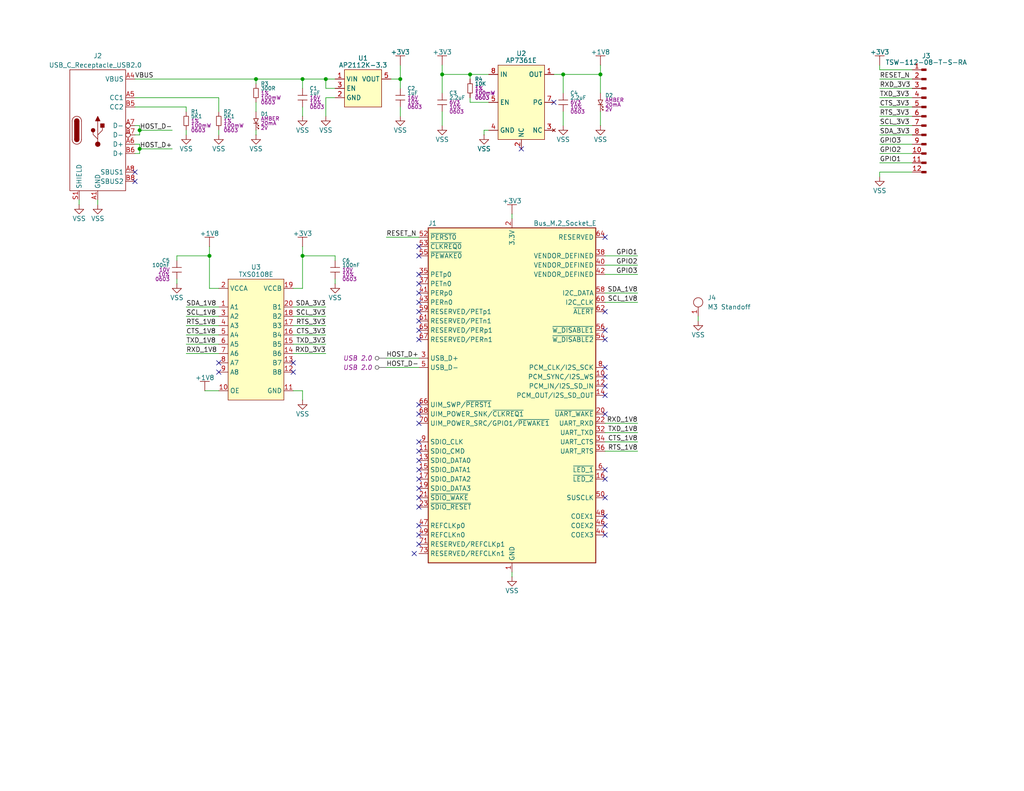
<source format=kicad_sch>
(kicad_sch (version 20231120) (generator "eeschema") (generator_version "8.0")
  (paper "USLetter")
  (lib_symbols
    (symbol "DS-Mounting-Holes:Mounting-Hole"
      (property "Reference" "J" (at 0 4.445 0))
      (property "Value" "VAL" (at 0 2.54 0))
      (symbol "Mounting-Hole_0_1"
        (circle (center 0 0) (radius 1.27))
      )
      (symbol "Mounting-Hole_1_1"
        (pin input line (at 0 -3.81 90) (length 2.54) (name "") (number "1"))
      )
    )
    (symbol "DS-Power:VSS" (power) (pin_numbers hide) (pin_names (offset 0) hide)
      (property "Value" "VSS" (at 0 -3.81 0))
      (symbol "VSS_0_1"
        (polyline (pts (xy 0 0) (xy 0 -1.27) (xy 1.27 -1.27) (xy 0 -2.54) (xy -1.27 -1.27) (xy 0 -1.27)))
      )
      (symbol "VSS_1_1"
        (pin power_in line (at 0 0 270) (length 0) (name "~") (number "1"))
      )
    )
    (symbol "lib_sh:+1V8" (power) (pin_numbers hide) (pin_names (offset 0) hide)
      (property "Value" "+1V8" (at 0 3.556 0))
      (symbol "+1V8_0_1"
        (polyline (pts (xy -1.27 2.54) (xy 0 2.54)))
        (polyline (pts (xy 0 0) (xy 0 2.54)))
        (polyline (pts (xy 0 2.54) (xy 1.27 2.54)))
      )
      (symbol "+1V8_1_1"
        (pin power_in line (at 0 0 90) (length 0) (name "~") (number "1"))
      )
    )
    (symbol "lib_sh:+3V3" (power) (pin_numbers hide) (pin_names (offset 0) hide)
      (property "Value" "+3V3" (at 0 3.556 0))
      (symbol "+3V3_0_1"
        (polyline (pts (xy -1.27 2.54) (xy 0 2.54)))
        (polyline (pts (xy 0 0) (xy 0 2.54)))
        (polyline (pts (xy 0 2.54) (xy 1.27 2.54)))
      )
      (symbol "+3V3_1_1"
        (pin power_in line (at 0 0 90) (length 0) (name "~") (number "1"))
      )
    )
    (symbol "lib_sh:AP2112K"
      (property "Reference" "U?" (at 0 8.255 0))
      (property "Value" "AP2112K" (at 0 6.35 0))
      (symbol "AP2112K_0_0"
        (pin power_in line (at -7.62 2.54 0) (length 2.54) (name "VIN") (number "1"))
        (pin passive line (at -7.62 -2.54 0) (length 2.54) (name "GND") (number "2"))
        (pin input line (at -7.62 0 0) (length 2.54) (name "EN") (number "3"))
        (pin power_out line (at 7.62 2.54 180) (length 2.54) (name "VOUT") (number "5"))
      )
      (symbol "AP2112K_1_0"
        (pin no_connect non_logic (at 7.62 -2.54 180) (length 2.54) hide (name "NC") (number "4"))
      )
      (symbol "AP2112K_1_1"
        (rectangle (start -5.08 5.08) (end 5.08 -5.08) (fill (type background)))
      )
    )
    (symbol "lib_sh:AP7361E"
      (property "Reference" "U" (at 0 13.335 0))
      (property "Value" "AP7361E" (at 0 11.43 0))
      (symbol "AP7361E_0_0"
        (pin power_out line (at 8.89 7.62 180) (length 2.54) (name "OUT") (number "1"))
        (pin passive line (at -8.89 -7.62 0) (length 2.54) (name "GND") (number "4"))
        (pin input line (at -8.89 0 0) (length 2.54) (name "EN") (number "5"))
        (pin output line (at 8.89 0 180) (length 2.54) (name "PG") (number "7"))
        (pin power_in line (at -8.89 7.62 0) (length 2.54) (name "IN") (number "8"))
      )
      (symbol "AP7361E_1_0"
        (pin passive line (at 0 -12.7 90) (length 2.54) (name "NC") (number "2"))
        (pin passive line (at 8.89 -7.62 180) (length 2.54) (name "ADJ") (number "3") (alternate "NC" no_connect line))
        (pin passive line (at 0 -12.7 90) (length 2.54) hide (name "NC") (number "6"))
        (pin passive line (at -8.89 -7.62 0) (length 2.54) hide (name "GND") (number "9"))
      )
      (symbol "AP7361E_1_1"
        (rectangle (start -6.35 10.16) (end 6.35 -10.16) (fill (type background)))
      )
    )
    (symbol "lib_sh:Bus_M.2_Socket_E"
      (property "Reference" "J" (at -22.86 46.99 0))
      (property "Value" "Bus_M.2_Socket_E" (at 16.51 46.99 0))
      (symbol "Bus_M.2_Socket_E_0_1"
        (rectangle (start -22.86 45.72) (end 22.86 -45.72) (stroke (width 0.254)) (fill (type background)))
      )
      (symbol "Bus_M.2_Socket_E_1_1"
        (pin power_in line (at 0 -48.26 90) (length 2.54) (name "GND") (number "1"))
        (pin bidirectional line (at 25.4 5.08 180) (length 2.54) (name "PCM_SYNC/I2S_WS") (number "10"))
        (pin bidirectional line (at -25.4 -15.24 0) (length 2.54) (name "SDIO_CMD") (number "11"))
        (pin input line (at 25.4 2.54 180) (length 2.54) (name "PCM_IN/I2S_SD_IN") (number "12"))
        (pin bidirectional line (at -25.4 -17.78 0) (length 2.54) (name "SDIO_DATA0") (number "13"))
        (pin output line (at 25.4 0 180) (length 2.54) (name "PCM_OUT/I2S_SD_OUT") (number "14"))
        (pin bidirectional line (at -25.4 -20.32 0) (length 2.54) (name "SDIO_DATA1") (number "15"))
        (pin open_collector line (at 25.4 -22.86 180) (length 2.54) (name "~{LED_2}") (number "16"))
        (pin bidirectional line (at -25.4 -22.86 0) (length 2.54) (name "SDIO_DATA2") (number "17"))
        (pin passive line (at 0 -48.26 90) (length 2.54) hide (name "GND") (number "18"))
        (pin bidirectional line (at -25.4 -25.4 0) (length 2.54) (name "SDIO_DATA3") (number "19"))
        (pin power_in line (at 0 48.26 270) (length 2.54) (name "3.3V") (number "2"))
        (pin input line (at 25.4 -5.08 180) (length 2.54) (name "~{UART_WAKE}") (number "20"))
        (pin input line (at -25.4 -27.94 0) (length 2.54) (name "~{SDIO_WAKE}") (number "21"))
        (pin input line (at 25.4 -7.62 180) (length 2.54) (name "UART_RXD") (number "22"))
        (pin output line (at -25.4 -30.48 0) (length 2.54) (name "~{SDIO_RESET}") (number "23"))
        (pin bidirectional line (at -25.4 10.16 0) (length 2.54) (name "USB_D+") (number "3"))
        (pin output line (at 25.4 -10.16 180) (length 2.54) (name "UART_TXD") (number "32"))
        (pin passive line (at 0 -48.26 90) (length 2.54) hide (name "GND") (number "33"))
        (pin input line (at 25.4 -12.7 180) (length 2.54) (name "UART_CTS") (number "34"))
        (pin output line (at -25.4 33.02 0) (length 2.54) (name "PETp0") (number "35"))
        (pin output line (at 25.4 -15.24 180) (length 2.54) (name "UART_RTS") (number "36"))
        (pin output line (at -25.4 30.48 0) (length 2.54) (name "PETn0") (number "37"))
        (pin passive line (at 25.4 38.1 180) (length 2.54) (name "VENDOR_DEFINED") (number "38"))
        (pin passive line (at 0 -48.26 90) (length 2.54) hide (name "GND") (number "39"))
        (pin passive line (at 0 48.26 270) (length 2.54) hide (name "3.3V") (number "4"))
        (pin passive line (at 25.4 35.56 180) (length 2.54) (name "VENDOR_DEFINED") (number "40"))
        (pin input line (at -25.4 27.94 0) (length 2.54) (name "PERp0") (number "41"))
        (pin passive line (at 25.4 33.02 180) (length 2.54) (name "VENDOR_DEFINED") (number "42"))
        (pin input line (at -25.4 25.4 0) (length 2.54) (name "PERn0") (number "43"))
        (pin bidirectional line (at 25.4 -38.1 180) (length 2.54) (name "COEX3") (number "44"))
        (pin passive line (at 0 -48.26 90) (length 2.54) hide (name "GND") (number "45"))
        (pin bidirectional line (at 25.4 -35.56 180) (length 2.54) (name "COEX2") (number "46"))
        (pin output line (at -25.4 -35.56 0) (length 2.54) (name "REFCLKp0") (number "47"))
        (pin bidirectional line (at 25.4 -33.02 180) (length 2.54) (name "COEX1") (number "48"))
        (pin output line (at -25.4 -38.1 0) (length 2.54) (name "REFCLKn0") (number "49"))
        (pin bidirectional line (at -25.4 7.62 0) (length 2.54) (name "USB_D-") (number "5"))
        (pin output line (at 25.4 -27.94 180) (length 2.54) (name "SUSCLK") (number "50"))
        (pin passive line (at 0 -48.26 90) (length 2.54) hide (name "GND") (number "51"))
        (pin output line (at -25.4 43.18 0) (length 2.54) (name "~{PERST0}") (number "52"))
        (pin bidirectional line (at -25.4 40.64 0) (length 2.54) (name "~{CLKREQ0}") (number "53"))
        (pin output line (at 25.4 15.24 180) (length 2.54) (name "~{W_DISABLE2}") (number "54"))
        (pin bidirectional line (at -25.4 38.1 0) (length 2.54) (name "~{PEWAKE0}") (number "55"))
        (pin output line (at 25.4 17.78 180) (length 2.54) (name "~{W_DISABLE1}") (number "56"))
        (pin passive line (at 0 -48.26 90) (length 2.54) hide (name "GND") (number "57"))
        (pin bidirectional line (at 25.4 27.94 180) (length 2.54) (name "I2C_DATA") (number "58"))
        (pin output line (at -25.4 22.86 0) (length 2.54) (name "RESERVED/PETp1") (number "59"))
        (pin open_collector line (at 25.4 -20.32 180) (length 2.54) (name "~{LED_1}") (number "6"))
        (pin output line (at 25.4 25.4 180) (length 2.54) (name "I2C_CLK") (number "60"))
        (pin output line (at -25.4 20.32 0) (length 2.54) (name "RESERVED/PETn1") (number "61"))
        (pin input line (at 25.4 22.86 180) (length 2.54) (name "~{ALERT}") (number "62"))
        (pin passive line (at 0 -48.26 90) (length 2.54) hide (name "GND") (number "63"))
        (pin passive line (at 25.4 43.18 180) (length 2.54) (name "RESERVED") (number "64"))
        (pin input line (at -25.4 17.78 0) (length 2.54) (name "RESERVED/PERp1") (number "65"))
        (pin output line (at -25.4 -2.54 0) (length 2.54) (name "UIM_SWP/~{PERST1}") (number "66"))
        (pin input line (at -25.4 15.24 0) (length 2.54) (name "RESERVED/PERn1") (number "67"))
        (pin bidirectional line (at -25.4 -5.08 0) (length 2.54) (name "UIM_POWER_SNK/~{CLKREQ1}") (number "68"))
        (pin passive line (at 0 -48.26 90) (length 2.54) hide (name "GND") (number "69"))
        (pin passive line (at 0 -48.26 90) (length 2.54) hide (name "GND") (number "7"))
        (pin bidirectional line (at -25.4 -7.62 0) (length 2.54) (name "UIM_POWER_SRC/GPIO1/~{PEWAKE1}") (number "70"))
        (pin output line (at -25.4 -40.64 0) (length 2.54) (name "RESERVED/REFCLKp1") (number "71"))
        (pin passive line (at 0 48.26 270) (length 2.54) hide (name "3.3V") (number "72"))
        (pin output line (at -25.4 -43.18 0) (length 2.54) (name "RESERVED/REFCLKn1") (number "73"))
        (pin passive line (at 0 48.26 270) (length 2.54) hide (name "3.3V") (number "74"))
        (pin passive line (at 0 -48.26 90) (length 2.54) hide (name "GND") (number "75"))
        (pin bidirectional line (at 25.4 7.62 180) (length 2.54) (name "PCM_CLK/I2S_SCK") (number "8"))
        (pin output line (at -25.4 -12.7 0) (length 2.54) (name "SDIO_CLK") (number "9"))
      )
    )
    (symbol "lib_sh:C" (pin_numbers hide) (pin_names hide)
      (property "Reference" "C?" (at 1.905 2.54 0))
      (property "Value" "CAP" (at 1.905 1.27 0))
      (property "Tolerance" "TOL" (at 1.905 -1.27 0))
      (property "Voltage Rating" "VOLTAGE" (at 1.905 0 0))
      (property "Package" "PKG" (at 1.905 -2.54 0))
      (symbol "C_0_1"
        (polyline (pts (xy -1.27 -0.635) (xy 1.27 -0.635)))
        (polyline (pts (xy -1.27 0.635) (xy 1.27 0.635)))
      )
      (symbol "C_1_1"
        (pin passive line (at 0 2.54 270) (length 1.905) (name "") (number "1"))
        (pin passive line (at 0 -2.54 90) (length 1.905) (name "") (number "2"))
      )
    )
    (symbol "lib_sh:Conn_01x12_Pin" (pin_names hide)
      (property "Reference" "J?" (at 0 17.78 0))
      (property "Value" "VAL" (at 0 16.002 0))
      (symbol "Conn_01x12_Pin_1_0"
        (pin passive line (at 3.81 13.97 180) (length 2.54) (name "") (number "1"))
        (pin passive line (at 3.81 -8.89 180) (length 2.54) (name "") (number "10"))
        (pin passive line (at 3.81 -11.43 180) (length 2.54) (name "") (number "11"))
        (pin passive line (at 3.81 -13.97 180) (length 2.54) (name "") (number "12"))
        (pin passive line (at 3.81 11.43 180) (length 2.54) (name "") (number "2"))
        (pin passive line (at 3.81 8.89 180) (length 2.54) (name "") (number "3"))
        (pin passive line (at 3.81 6.35 180) (length 2.54) (name "") (number "4"))
        (pin passive line (at 3.81 3.81 180) (length 2.54) (name "") (number "5"))
        (pin passive line (at 3.81 1.27 180) (length 2.54) (name "") (number "6"))
        (pin passive line (at 3.81 -1.27 180) (length 2.54) (name "") (number "7"))
        (pin passive line (at 3.81 -3.81 180) (length 2.54) (name "") (number "8"))
        (pin passive line (at 3.81 -6.35 180) (length 2.54) (name "") (number "9"))
      )
      (symbol "Conn_01x12_Pin_1_1"
        (rectangle (start 0 -13.716) (end 1.27 -14.224) (fill (type outline)))
        (rectangle (start 0 -11.176) (end 1.27 -11.684) (fill (type outline)))
        (rectangle (start 0 -8.636) (end 1.27 -9.144) (fill (type outline)))
        (rectangle (start 0 -6.096) (end 1.27 -6.604) (fill (type outline)))
        (rectangle (start 0 -3.556) (end 1.27 -4.064) (fill (type outline)))
        (rectangle (start 0 -1.016) (end 1.27 -1.524) (fill (type outline)))
        (rectangle (start 0 1.524) (end 1.27 1.016) (fill (type outline)))
        (rectangle (start 0 4.064) (end 1.27 3.556) (fill (type outline)))
        (rectangle (start 0 6.604) (end 1.27 6.096) (fill (type outline)))
        (rectangle (start 0 9.144) (end 1.27 8.636) (fill (type outline)))
        (rectangle (start 0 11.684) (end 1.27 11.176) (fill (type outline)))
        (rectangle (start 0 14.224) (end 1.27 13.716) (fill (type outline)))
      )
    )
    (symbol "lib_sh:LED" (pin_numbers hide)
      (property "Reference" "D" (at 1.27 1.905 0))
      (property "Forward Voltage" "FVOLT" (at 1.27 -1.905 0))
      (property "Current" "CURR" (at 1.27 -0.635 0))
      (property "Color" "COLOR" (at 1.27 0.635 0))
      (symbol "LED_0_1"
        (polyline (pts (xy 0.635 -0.635) (xy -0.635 -0.635)))
        (polyline (pts (xy 0.254 -1.651) (xy 0.762 -2.159) (xy 0.762 -1.905) (xy 0.762 -2.159) (xy 0.508 -2.159)))
        (polyline (pts (xy 0.254 -0.889) (xy 0.762 -1.397) (xy 0.762 -1.143) (xy 0.762 -1.397) (xy 0.508 -1.397)))
      )
      (symbol "LED_1_0"
        (pin passive line (at 0 2.54 270) (length 1.905) (name "") (number "1"))
        (pin passive line (at 0 -2.54 90) (length 1.905) (name "") (number "2"))
      )
      (symbol "LED_1_1"
        (polyline (pts (xy 0.635 0.635) (xy -0.635 0.635) (xy 0 -0.635) (xy 0.635 0.635)) (stroke (width 0.1524)))
      )
    )
    (symbol "lib_sh:R"
      (property "Reference" "R?" (at 1.27 2.54 0))
      (property "Value" "VAL" (at 1.27 1.27 0))
      (property "Tolerance" "TOL" (at 1.27 0 0))
      (property "Power Rating" "PWR" (at 1.27 -1.27 0))
      (property "Package" "PKG" (at 1.27 -2.54 0))
      (symbol "R_0_1"
        (polyline (pts (xy -0.635 1.27) (xy -0.635 -1.27) (xy 0.635 -1.27) (xy 0.635 1.27) (xy -0.635 1.27)))
      )
      (symbol "R_1_1"
        (pin passive line (at 0 2.54 270) (length 1.27) (name "") (number "1"))
        (pin passive line (at 0 -2.54 90) (length 1.27) (name "") (number "2"))
      )
    )
    (symbol "lib_sh:TXS0108E"
      (property "Reference" "U" (at 0 19.05 0))
      (property "Value" "TXS0104VxRUTR" (at 0 17.78 0))
      (symbol "TXS0108E_0_0"
        (pin bidirectional line (at -10.16 8.89 0) (length 2.54) (name "A1") (number "1"))
        (pin input line (at -10.16 -13.97 0) (length 2.54) (name "OE") (number "10"))
        (pin passive line (at 10.16 -13.97 180) (length 2.54) (name "GND") (number "11"))
        (pin bidirectional line (at 10.16 -8.89 180) (length 2.54) (name "B8") (number "12"))
        (pin bidirectional line (at 10.16 -6.35 180) (length 2.54) (name "B7") (number "13"))
        (pin bidirectional line (at 10.16 -3.81 180) (length 2.54) (name "B6") (number "14"))
        (pin bidirectional line (at 10.16 -1.27 180) (length 2.54) (name "B5") (number "15"))
        (pin bidirectional line (at 10.16 1.27 180) (length 2.54) (name "B4") (number "16"))
        (pin bidirectional line (at 10.16 3.81 180) (length 2.54) (name "B3") (number "17"))
        (pin bidirectional line (at 10.16 6.35 180) (length 2.54) (name "B2") (number "18"))
        (pin power_in line (at 10.16 13.97 180) (length 2.54) (name "VCCB") (number "19"))
        (pin power_in line (at -10.16 13.97 0) (length 2.54) (name "VCCA") (number "2"))
        (pin bidirectional line (at 10.16 8.89 180) (length 2.54) (name "B1") (number "20"))
        (pin bidirectional line (at -10.16 6.35 0) (length 2.54) (name "A2") (number "3"))
        (pin bidirectional line (at -10.16 3.81 0) (length 2.54) (name "A3") (number "4"))
        (pin bidirectional line (at -10.16 1.27 0) (length 2.54) (name "A4") (number "5"))
        (pin bidirectional line (at -10.16 -1.27 0) (length 2.54) (name "A5") (number "6"))
        (pin bidirectional line (at -10.16 -3.81 0) (length 2.54) (name "A6") (number "7"))
        (pin bidirectional line (at -10.16 -6.35 0) (length 2.54) (name "A7") (number "8"))
        (pin bidirectional line (at -10.16 -8.89 0) (length 2.54) (name "A8") (number "9"))
      )
      (symbol "TXS0108E_1_0"
        (pin passive line (at 10.16 -13.97 180) (length 2.54) hide (name "PGND") (number "21"))
      )
      (symbol "TXS0108E_1_1"
        (rectangle (start -7.62 16.51) (end 7.62 -16.51) (fill (type background)))
      )
    )
    (symbol "lib_sh:USB_C_Receptacle_USB2.0"
      (property "Reference" "J?" (at 0 20.32 0))
      (property "Value" "USB_C_Receptacle_USB2.0" (at -0.635 17.78 0))
      (symbol "USB_C_Receptacle_USB2.0_0_0"
        (pin power_out line (at 10.16 13.97 180) (length 2.54) (name "VBUS") (number "A4"))
        (pin input line (at 10.16 8.89 180) (length 2.54) (name "CC1") (number "A5"))
        (pin bidirectional line (at 10.16 -3.81 180) (length 2.54) (name "D+") (number "A6"))
        (pin bidirectional inverted (at 10.16 1.27 180) (length 2.54) (name "D-") (number "A7"))
        (pin unspecified line (at 10.16 -11.43 180) (length 2.54) (name "SBUS1") (number "A8"))
        (pin input line (at 10.16 6.35 180) (length 2.54) (name "CC2") (number "B5"))
        (pin bidirectional line (at 10.16 -6.35 180) (length 2.54) (name "D+") (number "B6"))
        (pin bidirectional inverted (at 10.16 -1.27 180) (length 2.54) (name "D-") (number "B7"))
        (pin unspecified line (at 10.16 -13.97 180) (length 2.54) (name "SBUS2") (number "B8"))
        (pin passive line (at -5.08 -19.05 90) (length 2.54) (name "SHIELD") (number "S1"))
      )
      (symbol "USB_C_Receptacle_USB2.0_1_0"
        (pin power_out line (at 0 -19.05 90) (length 2.54) (name "GND") (number "A1"))
        (pin passive line (at 0 -19.05 90) (length 2.54) hide (name "GND") (number "A12"))
        (pin power_out line (at 10.16 13.97 180) (length 2.54) hide (name "VBUS") (number "A9"))
        (pin passive line (at 0 -19.05 90) (length 2.54) hide (name "GND") (number "B1"))
        (pin passive line (at 0 -19.05 90) (length 2.54) hide (name "GND") (number "B12"))
        (pin power_out line (at 10.16 13.97 180) (length 2.54) hide (name "VBUS") (number "B4"))
        (pin power_out line (at 10.16 13.97 180) (length 2.54) hide (name "VBUS") (number "B9"))
      )
      (symbol "USB_C_Receptacle_USB2.0_1_1"
        (rectangle (start -7.62 16.51) (end 7.62 -16.51))
        (arc (start -6.985 -2.54) (mid -5.715 -3.81) (end -4.445 -2.54))
        (rectangle (start -6.35 2.54) (end -5.08 -2.54) (fill (type outline)))
        (circle (center -5.715 -2.54) (radius 0.635) (fill (type outline)))
        (circle (center -5.715 2.54) (radius 0.635) (fill (type outline)))
        (arc (start -4.445 2.54) (mid -5.715 3.81) (end -6.985 2.54))
        (circle (center -1.27 0) (radius 0.508) (fill (type outline)))
        (circle (center 0 -3.81) (radius 0.635) (fill (type outline)))
        (polyline (pts (xy -6.985 2.54) (xy -6.985 -2.54)))
        (polyline (pts (xy -4.445 2.54) (xy -4.445 -2.54)))
        (polyline (pts (xy 0 -3.175) (xy 0 2.54)))
        (polyline (pts (xy 0 -2.413) (xy -1.27 -1.143) (xy -1.27 -0.508)))
        (polyline (pts (xy 0 -1.27) (xy 1.27 0) (xy 1.27 0.635)))
        (polyline (pts (xy 0 2.54) (xy -0.635 2.54) (xy 0 3.81) (xy 0.635 2.54) (xy 0 2.54)) (fill (type outline)))
        (rectangle (start 0.762 1.778) (end 1.778 0.762) (fill (type outline)))
      )
    )
    (symbol "lib_sh:VSS" (power) (pin_numbers hide) (pin_names (offset 0) hide)
      (property "Value" "VSS" (at 0 -3.81 0))
      (symbol "VSS_0_1"
        (polyline (pts (xy 0 0) (xy 0 -1.27) (xy 1.27 -1.27) (xy 0 -2.54) (xy -1.27 -1.27) (xy 0 -1.27)))
      )
      (symbol "VSS_1_1"
        (pin power_in line (at 0 0 270) (length 0) (name "~") (number "1"))
      )
    )
  )
  (junction (at 38.1 35.56))
  (junction (at 38.1 40.64))
  (junction (at 109.22 21.59))
  (junction (at 88.9 21.59))
  (junction (at 57.15 69.85))
  (junction (at 120.65 20.32))
  (junction (at 128.27 20.32))
  (junction (at 82.55 21.59))
  (junction (at 153.67 20.32))
  (junction (at 69.85 21.59))
  (junction (at 82.55 69.85))
  (junction (at 163.83 20.32))
  (no_connect (at 165.1 100.33))
  (no_connect (at 114.3 90.17))
  (no_connect (at 114.3 77.47))
  (no_connect (at 165.1 102.87))
  (no_connect (at 114.3 110.49))
  (no_connect (at 114.3 113.03))
  (no_connect (at 165.1 135.89))
  (no_connect (at 114.3 85.09))
  (no_connect (at 114.3 120.65))
  (no_connect (at 114.3 138.43))
  (no_connect (at 114.3 115.57))
  (no_connect (at 80.01 99.06))
  (no_connect (at 165.1 146.05))
  (no_connect (at 114.3 133.35))
  (no_connect (at 114.3 146.05))
  (no_connect (at 59.69 101.6))
  (no_connect (at 80.01 101.6))
  (no_connect (at 165.1 128.27))
  (no_connect (at 114.3 128.27))
  (no_connect (at 165.1 92.71))
  (no_connect (at 151.13 27.94))
  (no_connect (at 59.69 99.06))
  (no_connect (at 114.3 87.63))
  (no_connect (at 165.1 140.97))
  (no_connect (at 114.3 123.19))
  (no_connect (at 165.1 105.41))
  (no_connect (at 114.3 67.31))
  (no_connect (at 36.83 49.53))
  (no_connect (at 114.3 82.55))
  (no_connect (at 114.3 143.51))
  (no_connect (at 165.1 107.95))
  (no_connect (at 36.83 46.99))
  (no_connect (at 114.3 125.73))
  (no_connect (at 165.1 64.77))
  (no_connect (at 114.3 135.89))
  (no_connect (at 114.3 80.01))
  (no_connect (at 114.3 92.71))
  (no_connect (at 165.1 90.17))
  (no_connect (at 114.3 148.59))
  (no_connect (at 113.03 151.13))
  (no_connect (at 114.3 130.81))
  (no_connect (at 114.3 69.85))
  (no_connect (at 165.1 143.51))
  (no_connect (at 114.3 74.93))
  (no_connect (at 165.1 113.03))
  (no_connect (at 142.24 40.64))
  (no_connect (at 165.1 85.09))
  (no_connect (at 165.1 130.81))
  (wire (pts (xy 165.1 123.19) (xy 173.99 123.19)))
  (wire (pts (xy 190.5 86.36) (xy 190.5 87.63)))
  (wire (pts (xy 36.83 29.21) (xy 50.8 29.21)))
  (wire (pts (xy 139.7 156.21) (xy 139.7 157.48)))
  (wire (pts (xy 38.1 35.56) (xy 46.99 35.56)))
  (wire (pts (xy 88.9 88.9) (xy 80.01 88.9)))
  (wire (pts (xy 48.26 77.47) (xy 48.26 76.2)))
  (wire (pts (xy 50.8 83.82) (xy 59.69 83.82)))
  (wire (pts (xy 128.27 20.32) (xy 128.27 21.59)))
  (wire (pts (xy 82.55 67.31) (xy 82.55 69.85)))
  (wire (pts (xy 120.65 30.48) (xy 120.65 34.29)))
  (wire (pts (xy 165.1 120.65) (xy 173.99 120.65)))
  (wire (pts (xy 165.1 80.01) (xy 173.99 80.01)))
  (wire (pts (xy 38.1 39.37) (xy 38.1 40.64)))
  (wire (pts (xy 153.67 20.32) (xy 163.83 20.32)))
  (wire (pts (xy 248.92 41.91) (xy 240.03 41.91)))
  (wire (pts (xy 88.9 91.44) (xy 80.01 91.44)))
  (wire (pts (xy 128.27 27.94) (xy 128.27 26.67)))
  (wire (pts (xy 38.1 40.64) (xy 38.1 41.91)))
  (wire (pts (xy 240.03 26.67) (xy 248.92 26.67)))
  (wire (pts (xy 88.9 96.52) (xy 80.01 96.52)))
  (wire (pts (xy 120.65 20.32) (xy 120.65 25.4)))
  (wire (pts (xy 82.55 69.85) (xy 91.44 69.85)))
  (wire (pts (xy 57.15 69.85) (xy 57.15 78.74)))
  (wire (pts (xy 88.9 21.59) (xy 91.44 21.59)))
  (wire (pts (xy 240.03 34.29) (xy 248.92 34.29)))
  (wire (pts (xy 59.69 26.67) (xy 36.83 26.67)))
  (wire (pts (xy 26.67 54.61) (xy 26.67 55.88)))
  (wire (pts (xy 48.26 69.85) (xy 48.26 71.12)))
  (wire (pts (xy 163.83 20.32) (xy 163.83 25.4)))
  (wire (pts (xy 48.26 69.85) (xy 57.15 69.85)))
  (wire (pts (xy 91.44 71.12) (xy 91.44 69.85)))
  (wire (pts (xy 88.9 93.98) (xy 80.01 93.98)))
  (wire (pts (xy 36.83 21.59) (xy 69.85 21.59)))
  (wire (pts (xy 151.13 20.32) (xy 153.67 20.32)))
  (wire (pts (xy 165.1 74.93) (xy 173.99 74.93)))
  (wire (pts (xy 82.55 106.68) (xy 80.01 106.68)))
  (wire (pts (xy 38.1 40.64) (xy 46.99 40.64)))
  (wire (pts (xy 82.55 78.74) (xy 80.01 78.74)))
  (wire (pts (xy 69.85 21.59) (xy 82.55 21.59)))
  (wire (pts (xy 109.22 29.21) (xy 109.22 31.75)))
  (wire (pts (xy 128.27 27.94) (xy 133.35 27.94)))
  (wire (pts (xy 163.83 30.48) (xy 163.83 34.29)))
  (wire (pts (xy 50.8 88.9) (xy 59.69 88.9)))
  (wire (pts (xy 36.83 36.83) (xy 38.1 36.83)))
  (wire (pts (xy 109.22 17.78) (xy 109.22 21.59)))
  (wire (pts (xy 105.41 64.77) (xy 114.3 64.77)))
  (wire (pts (xy 240.03 36.83) (xy 248.92 36.83)))
  (wire (pts (xy 248.92 44.45) (xy 240.03 44.45)))
  (wire (pts (xy 128.27 20.32) (xy 120.65 20.32)))
  (wire (pts (xy 240.03 29.21) (xy 248.92 29.21)))
  (wire (pts (xy 50.8 35.56) (xy 50.8 36.83)))
  (wire (pts (xy 59.69 78.74) (xy 57.15 78.74)))
  (wire (pts (xy 240.03 17.78) (xy 240.03 19.05)))
  (wire (pts (xy 57.15 67.31) (xy 57.15 69.85)))
  (wire (pts (xy 165.1 82.55) (xy 173.99 82.55)))
  (wire (pts (xy 240.03 24.13) (xy 248.92 24.13)))
  (wire (pts (xy 132.08 36.83) (xy 132.08 35.56)))
  (wire (pts (xy 165.1 115.57) (xy 173.99 115.57)))
  (wire (pts (xy 59.69 35.56) (xy 59.69 36.83)))
  (wire (pts (xy 50.8 91.44) (xy 59.69 91.44)))
  (wire (pts (xy 88.9 86.36) (xy 80.01 86.36)))
  (wire (pts (xy 38.1 36.83) (xy 38.1 35.56)))
  (wire (pts (xy 50.8 29.21) (xy 50.8 30.48)))
  (wire (pts (xy 36.83 39.37) (xy 38.1 39.37)))
  (wire (pts (xy 132.08 35.56) (xy 133.35 35.56)))
  (wire (pts (xy 88.9 21.59) (xy 88.9 24.13)))
  (wire (pts (xy 139.7 58.42) (xy 139.7 59.69)))
  (wire (pts (xy 69.85 35.56) (xy 69.85 36.83)))
  (wire (pts (xy 240.03 21.59) (xy 248.92 21.59)))
  (wire (pts (xy 50.8 96.52) (xy 59.69 96.52)))
  (wire (pts (xy 109.22 21.59) (xy 106.68 21.59)))
  (wire (pts (xy 69.85 27.94) (xy 69.85 30.48)))
  (wire (pts (xy 55.88 106.68) (xy 59.69 106.68)))
  (wire (pts (xy 69.85 21.59) (xy 69.85 22.86)))
  (wire (pts (xy 109.22 24.13) (xy 109.22 21.59)))
  (wire (pts (xy 240.03 46.99) (xy 248.92 46.99)))
  (wire (pts (xy 91.44 77.47) (xy 91.44 76.2)))
  (wire (pts (xy 50.8 93.98) (xy 59.69 93.98)))
  (wire (pts (xy 105.41 100.33) (xy 114.3 100.33)))
  (wire (pts (xy 38.1 35.56) (xy 38.1 34.29)))
  (wire (pts (xy 165.1 72.39) (xy 173.99 72.39)))
  (wire (pts (xy 240.03 31.75) (xy 248.92 31.75)))
  (wire (pts (xy 21.59 54.61) (xy 21.59 55.88)))
  (wire (pts (xy 240.03 19.05) (xy 248.92 19.05)))
  (wire (pts (xy 91.44 24.13) (xy 88.9 24.13)))
  (wire (pts (xy 153.67 30.48) (xy 153.67 34.29)))
  (wire (pts (xy 38.1 34.29) (xy 36.83 34.29)))
  (wire (pts (xy 88.9 26.67) (xy 91.44 26.67)))
  (wire (pts (xy 240.03 48.26) (xy 240.03 46.99)))
  (wire (pts (xy 82.55 109.22) (xy 82.55 106.68)))
  (wire (pts (xy 88.9 31.75) (xy 88.9 26.67)))
  (wire (pts (xy 120.65 17.78) (xy 120.65 20.32)))
  (wire (pts (xy 165.1 69.85) (xy 173.99 69.85)))
  (wire (pts (xy 105.41 97.79) (xy 114.3 97.79)))
  (wire (pts (xy 163.83 17.78) (xy 163.83 20.32)))
  (wire (pts (xy 50.8 86.36) (xy 59.69 86.36)))
  (wire (pts (xy 59.69 30.48) (xy 59.69 26.67)))
  (wire (pts (xy 82.55 29.21) (xy 82.55 31.75)))
  (wire (pts (xy 88.9 83.82) (xy 80.01 83.82)))
  (wire (pts (xy 36.83 41.91) (xy 38.1 41.91)))
  (wire (pts (xy 133.35 20.32) (xy 128.27 20.32)))
  (wire (pts (xy 82.55 69.85) (xy 82.55 78.74)))
  (wire (pts (xy 82.55 21.59) (xy 88.9 21.59)))
  (wire (pts (xy 82.55 21.59) (xy 82.55 24.13)))
  (wire (pts (xy 165.1 118.11) (xy 173.99 118.11)))
  (wire (pts (xy 153.67 25.4) (xy 153.67 20.32)))
  (wire (pts (xy 248.92 39.37) (xy 240.03 39.37)))
  (label "TXD_1V8" (at 173.99 118.11 180))
  (label "SCL_3V3" (at 240.03 34.29 0))
  (label "HOST_D+" (at 46.99 40.64 180))
  (label "GPIO2" (at 240.03 41.91 0))
  (label "TXD_1V8" (at 50.8 93.98 0))
  (label "RTS_1V8" (at 173.99 123.19 180))
  (label "RXD_3V3" (at 88.9 96.52 180))
  (label "GPIO1" (at 173.99 69.85 180))
  (label "RTS_3V3" (at 88.9 88.9 180))
  (label "SCL_1V8" (at 173.99 82.55 180))
  (label "RTS_1V8" (at 50.8 88.9 0))
  (label "GPIO2" (at 173.99 72.39 180))
  (label "HOST_D+" (at 105.41 97.79 0))
  (label "RTS_3V3" (at 240.03 31.75 0))
  (label "CTS_3V3" (at 240.03 29.21 0))
  (label "TXD_3V3" (at 240.03 26.67 0))
  (label "RXD_1V8" (at 173.99 115.57 180))
  (label "SDA_3V3" (at 88.9 83.82 180))
  (label "SCL_1V8" (at 50.8 86.36 0))
  (label "RESET_N" (at 240.03 21.59 0))
  (label "SDA_3V3" (at 240.03 36.83 0))
  (label "SDA_1V8" (at 50.8 83.82 0))
  (label "VBUS" (at 41.91 21.59 180))
  (label "CTS_1V8" (at 50.8 91.44 0))
  (label "GPIO1" (at 240.03 44.45 0))
  (label "TXD_3V3" (at 88.9 93.98 180))
  (label "CTS_3V3" (at 88.9 91.44 180))
  (label "GPIO3" (at 240.03 39.37 0))
  (label "GPIO3" (at 173.99 74.93 180))
  (label "CTS_1V8" (at 173.99 120.65 180))
  (label "HOST_D-" (at 46.99 35.56 180))
  (label "HOST_D-" (at 105.41 100.33 0))
  (label "RXD_3V3" (at 240.03 24.13 0))
  (label "RXD_1V8" (at 50.8 96.52 0))
  (label "SCL_3V3" (at 88.9 86.36 180))
  (label "RESET_N" (at 105.41 64.77 0))
  (label "SDA_1V8" (at 173.99 80.01 180))
  (netclass_flag "" (length 2.54) (shape round) (at 105.41 97.79 90) (property "Netclass" "USB 2.0" (at 101.6 97.79 0) (effects (font (italic yes)) (justify right))))
  (netclass_flag "" (length 2.54) (shape round) (at 105.41 100.33 90) (property "Netclass" "USB 2.0" (at 101.6 100.33 0) (effects (font (italic yes)) (justify right))))
  (symbol (lib_id "lib_sh:+1V8") (at 57.15 67.31 0) (unit 1)
    (property "Reference" "#PWR012" (effects (hide yes)))
    (property "Value" "+1V8" (at 57.15 63.754 0))
  )
  (symbol (lib_id "lib_sh:VSS") (at 88.9 31.75 0) (unit 1)
    (property "Reference" "#PWR07" (effects (hide yes)))
    (property "Value" "VSS" (at 88.9 35.56 0))
  )
  (symbol (lib_id "lib_sh:C") (at 109.22 26.67 0) (unit 1)
    (property "Reference" "C2" (at 111.125 24.13 0) (effects (font (size 1.016 1.016)) (justify left)))
    (property "Value" "1uF" (at 111.125 25.4 0) (effects (font (size 1.016 1.016)) (justify left)))
    (property "Footprint" "lib_fp:MLCC0603" (effects (hide yes)))
    (property "Datasheet" "datasheets/Kyocera-AVX-MLCCKAM.pdf" (effects (hide yes)))
    (property "Description" "0603 X7R 1UF10% 16V AEC-Q200" (effects (hide yes)))
    (property "Manufacturer" "KYOCERA AVX" (effects (hide yes)))
    (property "MPN" "KAM15AR71C105KT" (effects (hide yes)))
    (property "DKPN" "478-KAM15AR71C105KTCT-ND" (effects (hide yes)))
    (property "Tolerance" "10%" (at 111.125 27.94 0) (effects (font (size 1.016 1.016)) (justify left)))
    (property "Voltage Rating" "16V" (at 111.125 26.67 0) (effects (font (size 1.016 1.016)) (justify left)))
    (property "Package" "0603" (at 111.125 29.21 0) (effects (font (size 1.016 1.016)) (justify left)))
  )
  (symbol (lib_id "lib_sh:R") (at 50.8 33.02 0) (unit 1)
    (property "Reference" "R1" (at 52.07 30.48 0) (effects (font (size 1.016 1.016)) (justify left)))
    (property "Value" "5K1" (at 52.07 31.75 0) (effects (font (size 1.016 1.016)) (justify left)))
    (property "Footprint" "lib_fp:CRCW0603" (effects (hide yes)))
    (property "Datasheet" "datasheets/Vishay-Dale-DCRCWe3.pdf" (effects (hide yes)))
    (property "Description" "RES SMD 5.1K OHM 1% 1/10W 0603" (effects (hide yes)))
    (property "Manufacturer" "Vishay Dale" (effects (hide yes)))
    (property "MPN" "CRCW06035K10FKEA" (effects (hide yes)))
    (property "DKPN" "541-5.10KHCT-ND" (effects (hide yes)))
    (property "Tolerance" "1%" (at 52.07 33.02 0) (effects (font (size 1.016 1.016)) (justify left)))
    (property "Power Rating" "100mW" (at 52.07 34.29 0) (effects (font (size 1.016 1.016)) (justify left)))
    (property "Package" "0603" (at 52.07 35.56 0) (effects (font (size 1.016 1.016)) (justify left)))
  )
  (symbol (lib_id "lib_sh:VSS") (at 139.7 157.48 0) (unit 1)
    (property "Reference" "#PWR02" (effects (hide yes)))
    (property "Value" "VSS" (at 139.7 161.29 0))
  )
  (symbol (lib_id "lib_sh:Bus_M.2_Socket_E") (at 139.7 107.95 0) (unit 1)
    (property "Reference" "J1" (at 116.84 60.96 0) (effects (justify left)))
    (property "Value" "Bus_M.2_Socket_E" (at 145.542 60.96 0) (effects (justify left)))
    (property "Footprint" "lib_fp:MDT420E01001" (effects (hide yes)))
    (property "Datasheet" "https://web.archive.org/web/20200613074028/http://read.pudn.com/downloads794/doc/project/3133918/PCIe_M.2_Electromechanical_Spec_Rev1.0_Final_11012013_RS_Clean.pdf#page=150" (effects (hide yes)))
    (property "Description" "M.2 Socket 1-SD Mechanical Key E" (effects (hide yes)))
  )
  (symbol (lib_id "lib_sh:AP2112K") (at 99.06 24.13 0) (unit 1)
    (property "Reference" "U1" (at 99.06 15.875 0))
    (property "Value" "AP2112K-3.3" (at 99.06 17.78 0))
    (property "Footprint" "lib_fp:SOT23-5P95_280X300X110L40X38N" (effects (hide yes)))
    (property "Datasheet" "datasheets/Diodes-Incorporated-AP2112.pdf" (effects (hide yes)))
    (property "Description" "IC REG LINEAR 3.3V 600MA SOT25" (effects (hide yes)))
    (property "Manufacturer" "AP2112K-3.3TRG1DICT-ND" (effects (hide yes)))
    (property "MPN" "AP2112K-3.3TRG1" (effects (hide yes)))
    (property "DKPN" "AP2112K-3.3TRG1DICT-ND" (effects (hide yes)))
  )
  (symbol (lib_id "lib_sh:VSS") (at 91.44 77.47 0) (unit 1)
    (property "Reference" "#PWR017" (effects (hide yes)))
    (property "Value" "VSS" (at 91.44 81.28 0))
  )
  (symbol (lib_id "lib_sh:VSS") (at 240.03 48.26 0) (unit 1)
    (property "Reference" "#PWR025" (effects (hide yes)))
    (property "Value" "VSS" (at 240.03 52.07 0))
  )
  (symbol (lib_id "lib_sh:VSS") (at 153.67 34.29 0) (unit 1)
    (property "Reference" "#PWR020" (effects (hide yes)))
    (property "Value" "VSS" (at 153.67 38.1 0))
  )
  (symbol (lib_id "lib_sh:C") (at 153.67 27.94 0) (unit 1)
    (property "Reference" "C4" (at 155.575 25.4 0) (effects (font (size 1.016 1.016)) (justify left)))
    (property "Value" "2.2uF" (at 155.575 26.67 0) (effects (font (size 1.016 1.016)) (justify left)))
    (property "Footprint" "lib_fp:MLCC0603" (effects (hide yes)))
    (property "Datasheet" "datasheets/Kyocera-AVX-MLCCKAM.pdf" (effects (hide yes)))
    (property "Description" "0603 X7R 2.2UF10% 6.3V AEC-Q200" (effects (hide yes)))
    (property "Manufacturer" "KYOCERA AVX" (effects (hide yes)))
    (property "MPN" "KAM15AR70J225KT" (effects (hide yes)))
    (property "DKPN" "478-KAM15AR70J225KTCT-ND" (effects (hide yes)))
    (property "Tolerance" "10%" (at 155.575 29.21 0) (effects (font (size 1.016 1.016)) (justify left)))
    (property "Voltage Rating" "6V3" (at 155.575 27.94 0) (effects (font (size 1.016 1.016)) (justify left)))
    (property "Package" "0603" (at 155.575 30.48 0) (effects (font (size 1.016 1.016)) (justify left)))
  )
  (symbol (lib_id "lib_sh:VSS") (at 26.67 55.88 0) (unit 1)
    (property "Reference" "#PWR011" (effects (hide yes)))
    (property "Value" "VSS" (at 26.67 59.69 0))
  )
  (symbol (lib_id "lib_sh:VSS") (at 109.22 31.75 0) (unit 1)
    (property "Reference" "#PWR09" (effects (hide yes)))
    (property "Value" "VSS" (at 109.22 35.56 0))
  )
  (symbol (lib_id "lib_sh:+1V8") (at 163.83 17.78 0) (unit 1)
    (property "Reference" "#PWR021" (effects (hide yes)))
    (property "Value" "+1V8" (at 163.83 14.224 0))
  )
  (symbol (lib_id "lib_sh:VSS") (at 21.59 55.88 0) (unit 1)
    (property "Reference" "#PWR010" (effects (hide yes)))
    (property "Value" "VSS" (at 21.59 59.69 0))
  )
  (symbol (lib_id "DS-Mounting-Holes:Mounting-Hole") (at 190.5 82.55 0) (unit 1)
    (property "Reference" "J4" (at 193.04 81.2799 0) (effects (justify left)))
    (property "Value" "M3 Standoff" (at 193.04 83.8199 0) (effects (justify left)))
    (property "Footprint" "lib_fp:9775031360R" (effects (hide yes)))
    (property "Datasheet" "datasheets/Wurth-Elektronik-9775031360R.pdf" (effects (hide yes)))
    (property "Description" "ROUND STANDOFF M3 STEEL 1MM" (effects (hide yes)))
    (property "Manufacturer" "Würth Elektronik" (effects (hide yes)))
    (property "MPN" "9775041360R" (effects (hide yes)))
    (property "DKPN" "732-10919-1-ND" (effects (hide yes)))
  )
  (symbol (lib_id "lib_sh:VSS") (at 120.65 34.29 0) (unit 1)
    (property "Reference" "#PWR019" (effects (hide yes)))
    (property "Value" "VSS" (at 120.65 38.1 0))
  )
  (symbol (lib_id "lib_sh:VSS") (at 82.55 31.75 0) (unit 1)
    (property "Reference" "#PWR06" (effects (hide yes)))
    (property "Value" "VSS" (at 82.55 35.56 0))
  )
  (symbol (lib_id "lib_sh:C") (at 91.44 73.66 0) (unit 1)
    (property "Reference" "C6" (at 93.345 71.12 0) (effects (font (size 1.016 1.016)) (justify left)))
    (property "Value" "100nF" (at 93.345 72.39 0) (effects (font (size 1.016 1.016)) (justify left)))
    (property "Footprint" "lib_fp:MLCC0603" (effects (hide yes)))
    (property "Datasheet" "datasheets/Kyocera-AVX-MLCCKAM.pdf" (effects (hide yes)))
    (property "Description" "CAP CER 0.1UF 10V X7R 0603" (effects (hide yes)))
    (property "Manufacturer" "KYOCERA AVX" (effects (hide yes)))
    (property "MPN" "KAM15AR71A104KT" (effects (hide yes)))
    (property "DKPN" "478-KAM15AR71A104KTCT-ND" (effects (hide yes)))
    (property "Tolerance" "10%" (at 93.345 74.93 0) (effects (font (size 1.016 1.016)) (justify left)))
    (property "Voltage Rating" "10V" (at 93.345 73.66 0) (effects (font (size 1.016 1.016)) (justify left)))
    (property "Package" "0603" (at 93.345 76.2 0) (effects (font (size 1.016 1.016)) (justify left)))
  )
  (symbol (lib_id "DS-Power:VSS") (at 190.5 87.63 0) (unit 1)
    (property "Reference" "#PWR026" (effects (hide yes)))
    (property "Value" "VSS" (at 190.5 91.44 0))
  )
  (symbol (lib_id "lib_sh:AP7361E") (at 142.24 27.94 0) (unit 1)
    (property "Reference" "U2" (at 142.24 14.605 0))
    (property "Value" "AP7361E" (at 142.24 16.51 0))
    (property "Footprint" "lib_fp:UDFN8P65_300X300X60L25X45L" (effects (hide yes)))
    (property "Datasheet" "datasheets/Diodes-Incorporated-AP7361E.pdf" (effects (hide yes)))
    (property "Description" "LDO CMOS HICURR U-DFN3030-8 T&R" (effects (hide yes)))
    (property "Manufacturer" "Diodes Incorporated" (effects (hide yes)))
    (property "MPN" "AP7361E-18FGE-7" (effects (hide yes)))
    (property "DKPN" "31-AP7361E-18FGE-7CT-ND" (effects (hide yes)))
    (pin "3" (alternate "NC"))
  )
  (symbol (lib_id "lib_sh:C") (at 120.65 27.94 0) (unit 1)
    (property "Reference" "C3" (at 122.555 25.4 0) (effects (font (size 1.016 1.016)) (justify left)))
    (property "Value" "2.2uF" (at 122.555 26.67 0) (effects (font (size 1.016 1.016)) (justify left)))
    (property "Footprint" "lib_fp:MLCC0603" (effects (hide yes)))
    (property "Datasheet" "datasheets/Kyocera-AVX-MLCCKAM.pdf" (effects (hide yes)))
    (property "Description" "0603 X7R 2.2UF10% 6.3V AEC-Q200" (effects (hide yes)))
    (property "Manufacturer" "KYOCERA AVX" (effects (hide yes)))
    (property "MPN" "KAM15AR70J225KT" (effects (hide yes)))
    (property "DKPN" "478-KAM15AR70J225KTCT-ND" (effects (hide yes)))
    (property "Tolerance" "10%" (at 122.555 29.21 0) (effects (font (size 1.016 1.016)) (justify left)))
    (property "Voltage Rating" "6V3" (at 122.555 27.94 0) (effects (font (size 1.016 1.016)) (justify left)))
    (property "Package" "0603" (at 122.555 30.48 0) (effects (font (size 1.016 1.016)) (justify left)))
  )
  (symbol (lib_id "lib_sh:VSS") (at 59.69 36.83 0) (unit 1)
    (property "Reference" "#PWR04" (effects (hide yes)))
    (property "Value" "VSS" (at 59.69 40.64 0))
  )
  (symbol (lib_id "lib_sh:+3V3") (at 120.65 17.78 0) (unit 1)
    (property "Reference" "#PWR018" (effects (hide yes)))
    (property "Value" "+3V3" (at 120.65 14.224 0))
  )
  (symbol (lib_id "lib_sh:VSS") (at 48.26 77.47 0) (unit 1)
    (property "Reference" "#PWR016" (effects (hide yes)))
    (property "Value" "VSS" (at 48.26 81.28 0))
  )
  (symbol (lib_id "lib_sh:+3V3") (at 109.22 17.78 0) (unit 1)
    (property "Reference" "#PWR08" (effects (hide yes)))
    (property "Value" "+3V3" (at 109.22 14.224 0))
  )
  (symbol (lib_id "lib_sh:LED") (at 69.85 33.02 0) (unit 1)
    (property "Reference" "D1" (at 71.12 31.115 0) (effects (font (size 1.016 1.016)) (justify left)))
    (property "Value" "LTST-C190KYKT" (effects (hide yes)))
    (property "Footprint" "lib_fp:LTST-0603" (effects (hide yes)))
    (property "Datasheet" "datasheets/Lite-On-LTST-C190KYKT.PDF" (effects (hide yes)))
    (property "Description" "LED AMBER CLEAR CHIP SMD" (effects (hide yes)))
    (property "Manufacturer" "Lite-On Inc." (effects (hide yes)))
    (property "MPN" "LTST-C190KYKT" (effects (hide yes)))
    (property "DKPN" "160-1438-1-ND" (effects (hide yes)))
    (property "Forward Voltage" "2V" (at 71.12 34.925 0) (effects (font (size 1.016 1.016)) (justify left)))
    (property "Current" "20mA" (at 71.12 33.655 0) (effects (font (size 1.016 1.016)) (justify left)))
    (property "Color" "AMBER" (at 71.12 32.385 0) (effects (font (size 1.016 1.016)) (justify left)))
  )
  (symbol (lib_id "lib_sh:+3V3") (at 82.55 67.31 0) (unit 1)
    (property "Reference" "#PWR014" (effects (hide yes)))
    (property "Value" "+3V3" (at 82.55 63.754 0))
  )
  (symbol (lib_id "lib_sh:LED") (at 163.83 27.94 0) (unit 1)
    (property "Reference" "D2" (at 165.1 26.035 0) (effects (font (size 1.016 1.016)) (justify left)))
    (property "Value" "LTST-C190KYKT" (effects (hide yes)))
    (property "Footprint" "lib_fp:LTST-0603" (effects (hide yes)))
    (property "Datasheet" "datasheets/Lite-On-LTST-C190KYKT.PDF" (effects (hide yes)))
    (property "Description" "LED AMBER CLEAR CHIP SMD" (effects (hide yes)))
    (property "Manufacturer" "Lite-On Inc." (effects (hide yes)))
    (property "MPN" "LTST-C190KYKT" (effects (hide yes)))
    (property "DKPN" "160-1438-1-ND" (effects (hide yes)))
    (property "Forward Voltage" "2V" (at 165.1 29.845 0) (effects (font (size 1.016 1.016)) (justify left)))
    (property "Current" "20mA" (at 165.1 28.575 0) (effects (font (size 1.016 1.016)) (justify left)))
    (property "Color" "AMBER" (at 165.1 27.305 0) (effects (font (size 1.016 1.016)) (justify left)))
  )
  (symbol (lib_id "lib_sh:+3V3") (at 139.7 58.42 0) (unit 1)
    (property "Reference" "#PWR01" (effects (hide yes)))
    (property "Value" "+3V3" (at 139.7 54.864 0))
  )
  (symbol (lib_id "lib_sh:C") (at 82.55 26.67 0) (unit 1)
    (property "Reference" "C1" (at 84.455 24.13 0) (effects (font (size 1.016 1.016)) (justify left)))
    (property "Value" "1uF" (at 84.455 25.4 0) (effects (font (size 1.016 1.016)) (justify left)))
    (property "Footprint" "lib_fp:MLCC0603" (effects (hide yes)))
    (property "Datasheet" "datasheets/Kyocera-AVX-MLCCKAM.pdf" (effects (hide yes)))
    (property "Description" "0603 X7R 1UF10% 16V AEC-Q200" (effects (hide yes)))
    (property "Manufacturer" "KYOCERA AVX" (effects (hide yes)))
    (property "MPN" "KAM15AR71C105KT" (effects (hide yes)))
    (property "DKPN" "478-KAM15AR71C105KTCT-ND" (effects (hide yes)))
    (property "Tolerance" "10%" (at 84.455 27.94 0) (effects (font (size 1.016 1.016)) (justify left)))
    (property "Voltage Rating" "16V" (at 84.455 26.67 0) (effects (font (size 1.016 1.016)) (justify left)))
    (property "Package" "0603" (at 84.455 29.21 0) (effects (font (size 1.016 1.016)) (justify left)))
  )
  (symbol (lib_id "lib_sh:VSS") (at 50.8 36.83 0) (unit 1)
    (property "Reference" "#PWR03" (effects (hide yes)))
    (property "Value" "VSS" (at 50.8 40.64 0))
  )
  (symbol (lib_id "lib_sh:VSS") (at 69.85 36.83 0) (unit 1)
    (property "Reference" "#PWR05" (effects (hide yes)))
    (property "Value" "VSS" (at 69.85 40.64 0))
  )
  (symbol (lib_id "lib_sh:R") (at 59.69 33.02 0) (unit 1)
    (property "Reference" "R2" (at 60.96 30.48 0) (effects (font (size 1.016 1.016)) (justify left)))
    (property "Value" "5K1" (at 60.96 31.75 0) (effects (font (size 1.016 1.016)) (justify left)))
    (property "Footprint" "lib_fp:CRCW0603" (effects (hide yes)))
    (property "Datasheet" "datasheets/Vishay-Dale-DCRCWe3.pdf" (effects (hide yes)))
    (property "Description" "RES SMD 5.1K OHM 1% 1/10W 0603" (effects (hide yes)))
    (property "Manufacturer" "Vishay Dale" (effects (hide yes)))
    (property "MPN" "CRCW06035K10FKEA" (effects (hide yes)))
    (property "DKPN" "541-5.10KHCT-ND" (effects (hide yes)))
    (property "Tolerance" "1%" (at 60.96 33.02 0) (effects (font (size 1.016 1.016)) (justify left)))
    (property "Power Rating" "100mW" (at 60.96 34.29 0) (effects (font (size 1.016 1.016)) (justify left)))
    (property "Package" "0603" (at 60.96 35.56 0) (effects (font (size 1.016 1.016)) (justify left)))
  )
  (symbol (lib_id "lib_sh:VSS") (at 132.08 36.83 0) (unit 1)
    (property "Reference" "#PWR023" (effects (hide yes)))
    (property "Value" "VSS" (at 132.08 40.64 0))
  )
  (symbol (lib_id "lib_sh:Conn_01x12_Pin") (at 252.73 33.02 0) (mirror y) (unit 1)
    (property "Reference" "J3" (at 252.73 15.24 0))
    (property "Value" "TSW-112-08-T-S-RA" (at 252.73 17.018 0))
    (property "Footprint" "lib_fp:conn_01x12_254_right_angle" (effects (hide yes)))
    (property "Datasheet" "datasheets/Samtec-Inc-TSW-TH.pdf" (effects (hide yes)))
    (property "Description" "CONN HEADER R/A 12POS 2.54MM" (effects (hide yes)))
    (property "Manufacturer" "Samtec Inc." (effects (hide yes)))
    (property "MPN" "TSW-112-08-T-S-RA" (effects (hide yes)))
    (property "DKPN" "SAM1051-12-ND" (effects (hide yes)))
  )
  (symbol (lib_id "lib_sh:R") (at 69.85 25.4 0) (unit 1)
    (property "Reference" "R3" (at 71.12 22.86 0) (effects (font (size 1.016 1.016)) (justify left)))
    (property "Value" "300R" (at 71.12 24.13 0) (effects (font (size 1.016 1.016)) (justify left)))
    (property "Footprint" "lib_fp:CRCW0603" (effects (hide yes)))
    (property "Datasheet" "datasheets/Vishay-Dale-DCRCWe3.pdf" (effects (hide yes)))
    (property "Description" "RES SMD 300 OHM 1% 1/10W 0603" (effects (hide yes)))
    (property "Manufacturer" "Vishay Dale" (effects (hide yes)))
    (property "MPN" "CRCW0603300RFKEA" (effects (hide yes)))
    (property "DKPN" "541-300HCT-ND" (effects (hide yes)))
    (property "Tolerance" "1%" (at 71.12 25.4 0) (effects (font (size 1.016 1.016)) (justify left)))
    (property "Power Rating" "100mW" (at 71.12 26.67 0) (effects (font (size 1.016 1.016)) (justify left)))
    (property "Package" "0603" (at 71.12 27.94 0) (effects (font (size 1.016 1.016)) (justify left)))
  )
  (symbol (lib_id "lib_sh:VSS") (at 82.55 109.22 0) (unit 1)
    (property "Reference" "#PWR015" (effects (hide yes)))
    (property "Value" "VSS" (at 82.55 113.03 0))
  )
  (symbol (lib_id "lib_sh:R") (at 128.27 24.13 0) (unit 1)
    (property "Reference" "R4" (at 129.54 21.59 0) (effects (font (size 1.016 1.016)) (justify left)))
    (property "Value" "10K" (at 129.54 22.86 0) (effects (font (size 1.016 1.016)) (justify left)))
    (property "Footprint" "lib_fp:CRCW0603" (effects (hide yes)))
    (property "Datasheet" "datasheets/Vishay-Dale-DRCWe3.pdf" (effects (hide yes)))
    (property "Description" "RES SMD 10K OHM 1% 1/10W 0603" (effects (hide yes)))
    (property "Manufacturer" "Vishay Dale" (effects (hide yes)))
    (property "MPN" "CRCW060310K0FKEA" (effects (hide yes)))
    (property "DKPN" "541-10.0KHCT-ND" (effects (hide yes)))
    (property "Tolerance" "1%" (at 129.54 24.13 0) (effects (font (size 1.016 1.016)) (justify left)))
    (property "Power Rating" "100mW" (at 129.54 25.4 0) (effects (font (size 1.016 1.016)) (justify left)))
    (property "Package" "0603" (at 129.54 26.67 0) (effects (font (size 1.016 1.016)) (justify left)))
  )
  (symbol (lib_id "lib_sh:USB_C_Receptacle_USB2.0") (at 26.67 35.56 0) (unit 1)
    (property "Reference" "J2" (at 26.67 15.24 0))
    (property "Value" "USB_C_Receptacle_USB2.0" (at 26.035 17.78 0))
    (property "Footprint" "lib_fp:MOLEX_2171790001" (effects (hide yes)))
    (property "Datasheet" "datasheets/Molex_2171790001.pdf" (effects (hide yes)))
    (property "Description" "CONN RCP USB2.0 TYP C 24P SMD RA" (effects (hide yes)))
  )
  (symbol (lib_id "lib_sh:TXS0108E") (at 69.85 92.71 0) (unit 1)
    (property "Reference" "U3" (at 69.85 73.66 0) (effects (justify bottom)))
    (property "Value" "TXS0108E" (at 69.85 74.93 0))
    (property "Footprint" "lib_fp:RGY0020A" (effects (hide yes)))
    (property "Datasheet" "datasheets/Texas-Instruments-TXS0108E.pdf" (effects (hide yes)))
    (property "Description" "8-Bit Bi-Directional, Level-Shifting, Voltage Translator for Open-Drain and Push-Pull Applications" (effects (hide yes)))
    (property "Manufacturer" "Texas Instruments" (effects (hide yes)))
    (property "MPN" "TXS0108ERGYR" (effects (hide yes)))
    (property "DKPN" "296-24806-1-ND" (effects (hide yes)))
  )
  (symbol (lib_id "lib_sh:C") (at 48.26 73.66 0) (mirror y) (unit 1)
    (property "Reference" "C5" (at 46.355 71.12 0) (effects (font (size 1.016 1.016)) (justify left)))
    (property "Value" "100nF" (at 46.355 72.39 0) (effects (font (size 1.016 1.016)) (justify left)))
    (property "Footprint" "lib_fp:MLCC0603" (effects (hide yes)))
    (property "Datasheet" "datasheets/Kyocera-AVX-MLCCKAM.pdf" (effects (hide yes)))
    (property "Description" "CAP CER 0.1UF 10V X7R 0603" (effects (hide yes)))
    (property "Manufacturer" "KYOCERA AVX" (effects (hide yes)))
    (property "MPN" "KAM15AR71A104KT" (effects (hide yes)))
    (property "DKPN" "478-KAM15AR71A104KTCT-ND" (effects (hide yes)))
    (property "Tolerance" "10%" (at 46.355 74.93 0) (effects (font (size 1.016 1.016)) (justify left)))
    (property "Voltage Rating" "10V" (at 46.355 73.66 0) (effects (font (size 1.016 1.016)) (justify left)))
    (property "Package" "0603" (at 46.355 76.2 0) (effects (font (size 1.016 1.016)) (justify left)))
  )
  (symbol (lib_id "lib_sh:VSS") (at 163.83 34.29 0) (unit 1)
    (property "Reference" "#PWR022" (effects (hide yes)))
    (property "Value" "VSS" (at 163.83 38.1 0))
  )
  (symbol (lib_id "lib_sh:+3V3") (at 240.03 17.78 0) (unit 1)
    (property "Reference" "#PWR024" (effects (hide yes)))
    (property "Value" "+3V3" (at 240.03 14.224 0))
  )
  (symbol (lib_id "lib_sh:+1V8") (at 55.88 106.68 0) (unit 1)
    (property "Reference" "#PWR013" (effects (hide yes)))
    (property "Value" "+1V8" (at 55.88 103.124 0))
  )
)
</source>
